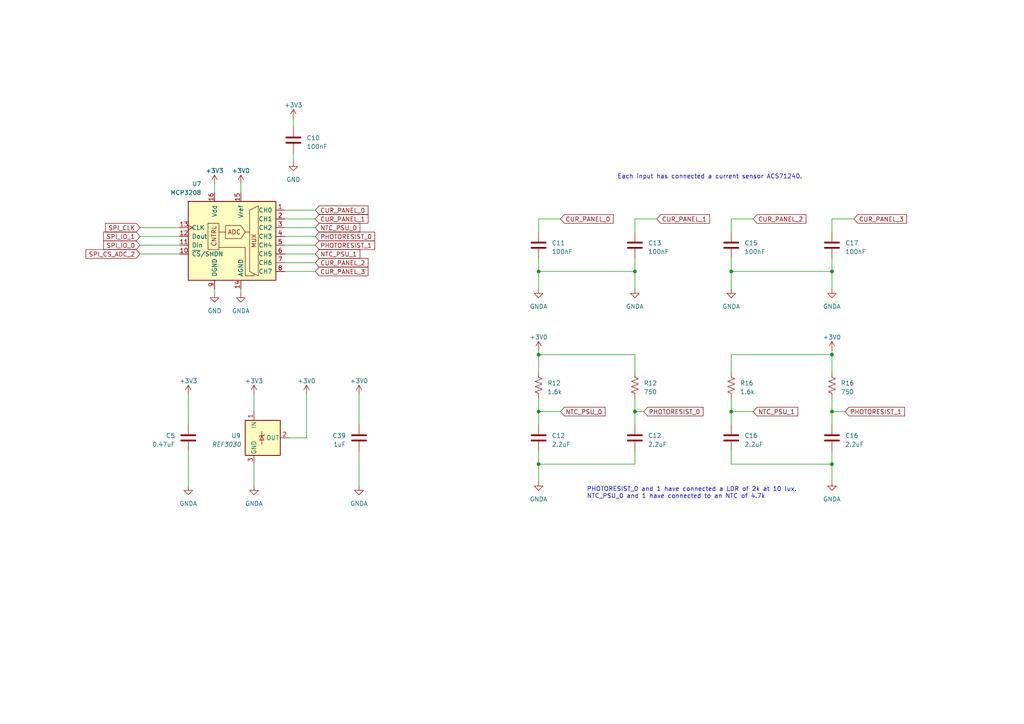
<source format=kicad_sch>
(kicad_sch (version 20230121) (generator eeschema)
  (paper "A4")
  (title_block (title "ADC2"))
  (lib_symbols
    (symbol "Analog_ADC:MCP3208" (pin_names (offset 1.016))
      (property "Reference" "U" (at -5.08 13.335 0))
      (property "Value" "MCP3208" (at -5.08 11.43 0))
      (symbol "MCP3208_0_0"
        (text "ADC" (at -0.635 1.27 0) (effects (font (size 1.27 1.27))))
        (text "CNTRL" (at 5.969 -2.921 900) (effects (font (size 1.27 1.27)) (justify left bottom)))
        (text "MUX" (at -6.35 -1.27 900) (effects (font (size 1.27 1.27))))
      )
      (symbol "MCP3208_0_1"
        (polyline (pts (xy -3.81 1.27) (xy -5.08 1.27)))
        (polyline (pts (xy 1.905 1.27) (xy 3.81 1.27)))
        (polyline (pts (xy -7.62 8.89) (xy -7.62 -11.43) (xy -5.08 -10.16) (xy -5.08 7.62) (xy -7.62 8.89)))
        (polyline (pts (xy 3.81 -3.175) (xy -3.81 -3.175) (xy -3.81 -11.43) (xy -6.35 -11.43) (xy -6.35 -10.795)))
        (polyline (pts (xy 1.905 3.175) (xy 1.905 -0.635) (xy -2.54 -0.635) (xy -3.81 1.27) (xy -2.54 3.175) (xy 1.905 3.175)))
        (rectangle (start 3.81 -3.81) (end 6.985 3.81))
        (rectangle (start 12.7 -12.7) (end -12.7 10.16) (stroke (width 0.254)) (fill (type background)))
      )
      (symbol "MCP3208_1_1"
        (pin input line (at -15.24 7.62 0) (length 2.54) (name "CH0") (number "1"))
        (pin input line (at 15.24 -5.08 180) (length 2.54) (name "~{CS}/SHDN") (number "10"))
        (pin input line (at 15.24 -2.54 180) (length 2.54) (name "Din") (number "11"))
        (pin output line (at 15.24 0 180) (length 2.54) (name "Dout") (number "12"))
        (pin input clock (at 15.24 2.54 180) (length 2.54) (name "CLK") (number "13"))
        (pin power_in line (at -2.54 -15.24 90) (length 2.54) (name "AGND") (number "14"))
        (pin power_in line (at -2.54 12.7 270) (length 2.54) (name "Vref") (number "15"))
        (pin power_in line (at 5.08 12.7 270) (length 2.54) (name "Vdd") (number "16"))
        (pin input line (at -15.24 5.08 0) (length 2.54) (name "CH1") (number "2"))
        (pin input line (at -15.24 2.54 0) (length 2.54) (name "CH2") (number "3"))
        (pin input line (at -15.24 0 0) (length 2.54) (name "CH3") (number "4"))
        (pin input line (at -15.24 -2.54 0) (length 2.54) (name "CH4") (number "5"))
        (pin input line (at -15.24 -5.08 0) (length 2.54) (name "CH5") (number "6"))
        (pin input line (at -15.24 -7.62 0) (length 2.54) (name "CH6") (number "7"))
        (pin input line (at -15.24 -10.16 0) (length 2.54) (name "CH7") (number "8"))
        (pin power_in line (at 5.08 -15.24 90) (length 2.54) (name "DGND") (number "9"))
      )
    )
    (symbol "Device:C" (pin_numbers hide) (pin_names (offset 0.254))
      (property "Reference" "C" (at 0.635 2.54 0))
      (property "Value" "C" (at 0.635 -2.54 0))
      (symbol "C_0_1"
        (polyline (pts (xy -2.032 -0.762) (xy 2.032 -0.762)) (stroke (width 0.508)))
        (polyline (pts (xy -2.032 0.762) (xy 2.032 0.762)) (stroke (width 0.508)))
      )
      (symbol "C_1_1"
        (pin passive line (at 0 3.81 270) (length 2.794) (name "~") (number "1"))
        (pin passive line (at 0 -3.81 90) (length 2.794) (name "~") (number "2"))
      )
    )
    (symbol "Device:R_US" (pin_numbers hide) (pin_names (offset 0))
      (property "Reference" "R" (at 2.54 0 90))
      (property "Value" "R_US" (at -2.54 0 90))
      (symbol "R_US_0_1"
        (polyline (pts (xy 0 -2.286) (xy 0 -2.54)))
        (polyline (pts (xy 0 2.286) (xy 0 2.54)))
        (polyline (pts (xy 0 -0.762) (xy 1.016 -1.143) (xy 0 -1.524) (xy -1.016 -1.905) (xy 0 -2.286)))
        (polyline (pts (xy 0 0.762) (xy 1.016 0.381) (xy 0 0) (xy -1.016 -0.381) (xy 0 -0.762)))
        (polyline (pts (xy 0 2.286) (xy 1.016 1.905) (xy 0 1.524) (xy -1.016 1.143) (xy 0 0.762)))
      )
      (symbol "R_US_1_1"
        (pin passive line (at 0 3.81 270) (length 1.27) (name "~") (number "1"))
        (pin passive line (at 0 -3.81 90) (length 1.27) (name "~") (number "2"))
      )
    )
    (symbol "Reference_Voltage:REF3030" (pin_names (offset 0.254))
      (property "Reference" "U" (at 0 6.35 0))
      (property "Value" "REF3030" (at 2.54 -6.35 0))
      (symbol "REF3030_0_1"
        (rectangle (start -5.08 5.08) (end 5.08 -5.08) (stroke (width 0.254)) (fill (type background)))
        (polyline (pts (xy -0.254 1.905) (xy -0.254 -1.905)))
        (polyline (pts (xy -0.889 -0.635) (xy 0.381 -0.635) (xy -0.254 0.635) (xy -0.889 -0.635)))
        (polyline (pts (xy 0.381 1.016) (xy 0.381 0.635) (xy -0.889 0.635) (xy -0.889 0.254)))
      )
      (symbol "REF3030_1_1"
        (pin power_in line (at -2.54 7.62 270) (length 2.54) (name "IN") (number "1"))
        (pin power_out line (at 7.62 0 180) (length 2.54) (name "OUT") (number "2"))
        (pin power_in line (at -2.54 -7.62 90) (length 2.54) (name "GND") (number "3"))
      )
    )
    (symbol "power:+3V0" (power) (pin_names (offset 0))
      (property "Value" "+3V0" (at 0 3.556 0))
      (symbol "+3V0_0_1"
        (polyline (pts (xy -0.762 1.27) (xy 0 2.54)))
        (polyline (pts (xy 0 0) (xy 0 2.54)))
        (polyline (pts (xy 0 2.54) (xy 0.762 1.27)))
      )
      (symbol "+3V0_1_1"
        (pin power_in line (at 0 0 90) (length 0) hide (name "+3V0") (number "1"))
      )
    )
    (symbol "power:+3V3" (power) (pin_names (offset 0))
      (property "Value" "+3V3" (at 0 3.556 0))
      (symbol "+3V3_0_1"
        (polyline (pts (xy -0.762 1.27) (xy 0 2.54)))
        (polyline (pts (xy 0 0) (xy 0 2.54)))
        (polyline (pts (xy 0 2.54) (xy 0.762 1.27)))
      )
      (symbol "+3V3_1_1"
        (pin power_in line (at 0 0 90) (length 0) hide (name "+3V3") (number "1"))
      )
    )
    (symbol "power:GND" (power) (pin_names (offset 0))
      (property "Value" "GND" (at 0 -3.81 0))
      (symbol "GND_0_1"
        (polyline (pts (xy 0 0) (xy 0 -1.27) (xy 1.27 -1.27) (xy 0 -2.54) (xy -1.27 -1.27) (xy 0 -1.27)))
      )
      (symbol "GND_1_1"
        (pin power_in line (at 0 0 270) (length 0) hide (name "GND") (number "1"))
      )
    )
    (symbol "power:GNDA" (power) (pin_names (offset 0))
      (property "Value" "GNDA" (at 0 -3.81 0))
      (symbol "GNDA_0_1"
        (polyline (pts (xy 0 0) (xy 0 -1.27) (xy 1.27 -1.27) (xy 0 -2.54) (xy -1.27 -1.27) (xy 0 -1.27)))
      )
      (symbol "GNDA_1_1"
        (pin power_in line (at 0 0 270) (length 0) hide (name "GNDA") (number "1"))
      )
    )
  )
  (junction (at 156.21 78.74))
  (junction (at 184.15 78.74))
  (junction (at 241.3 102.87))
  (junction (at 156.21 102.87))
  (junction (at 184.15 119.38))
  (junction (at 241.3 78.74))
  (junction (at 212.09 119.38))
  (junction (at 156.21 119.38))
  (junction (at 241.3 119.38))
  (junction (at 241.3 134.62))
  (junction (at 156.21 134.62))
  (junction (at 212.09 78.74))
  (wire (pts (xy 184.15 119.38) (xy 184.15 123.19)))
  (wire (pts (xy 82.55 78.74) (xy 91.44 78.74)))
  (wire (pts (xy 156.21 63.5) (xy 162.56 63.5)))
  (wire (pts (xy 241.3 78.74) (xy 241.3 83.82)))
  (wire (pts (xy 184.15 63.5) (xy 184.15 67.31)))
  (wire (pts (xy 54.61 114.3) (xy 54.61 123.19)))
  (wire (pts (xy 156.21 63.5) (xy 156.21 67.31)))
  (wire (pts (xy 156.21 119.38) (xy 162.56 119.38)))
  (wire (pts (xy 241.3 102.87) (xy 241.3 107.95)))
  (wire (pts (xy 212.09 119.38) (xy 212.09 123.19)))
  (wire (pts (xy 40.64 66.04) (xy 52.07 66.04)))
  (wire (pts (xy 82.55 60.96) (xy 91.44 60.96)))
  (wire (pts (xy 104.14 130.81) (xy 104.14 140.97)))
  (wire (pts (xy 82.55 76.2) (xy 91.44 76.2)))
  (wire (pts (xy 212.09 63.5) (xy 218.44 63.5)))
  (wire (pts (xy 40.64 71.12) (xy 52.07 71.12)))
  (wire (pts (xy 83.82 127) (xy 88.9 127)))
  (wire (pts (xy 241.3 115.57) (xy 241.3 119.38)))
  (wire (pts (xy 184.15 74.93) (xy 184.15 78.74)))
  (wire (pts (xy 156.21 130.81) (xy 156.21 134.62)))
  (wire (pts (xy 241.3 63.5) (xy 247.65 63.5)))
  (wire (pts (xy 241.3 119.38) (xy 241.3 123.19)))
  (wire (pts (xy 82.55 66.04) (xy 91.44 66.04)))
  (wire (pts (xy 241.3 74.93) (xy 241.3 78.74)))
  (wire (pts (xy 69.85 53.34) (xy 69.85 55.88)))
  (wire (pts (xy 212.09 78.74) (xy 212.09 83.82)))
  (wire (pts (xy 241.3 63.5) (xy 241.3 67.31)))
  (wire (pts (xy 184.15 115.57) (xy 184.15 119.38)))
  (wire (pts (xy 82.55 63.5) (xy 91.44 63.5)))
  (wire (pts (xy 156.21 119.38) (xy 156.21 123.19)))
  (wire (pts (xy 212.09 78.74) (xy 241.3 78.74)))
  (wire (pts (xy 85.09 44.45) (xy 85.09 46.99)))
  (wire (pts (xy 156.21 101.6) (xy 156.21 102.87)))
  (wire (pts (xy 82.55 68.58) (xy 91.44 68.58)))
  (wire (pts (xy 186.69 119.38) (xy 184.15 119.38)))
  (wire (pts (xy 104.14 114.3) (xy 104.14 123.19)))
  (wire (pts (xy 156.21 134.62) (xy 156.21 139.7)))
  (wire (pts (xy 241.3 130.81) (xy 241.3 134.62)))
  (wire (pts (xy 156.21 102.87) (xy 184.15 102.87)))
  (wire (pts (xy 62.23 83.82) (xy 62.23 85.09)))
  (wire (pts (xy 40.64 68.58) (xy 52.07 68.58)))
  (wire (pts (xy 88.9 114.3) (xy 88.9 127)))
  (wire (pts (xy 184.15 102.87) (xy 184.15 107.95)))
  (wire (pts (xy 85.09 34.29) (xy 85.09 36.83)))
  (wire (pts (xy 69.85 83.82) (xy 69.85 85.09)))
  (wire (pts (xy 82.55 73.66) (xy 91.44 73.66)))
  (wire (pts (xy 156.21 134.62) (xy 184.15 134.62)))
  (wire (pts (xy 212.09 74.93) (xy 212.09 78.74)))
  (wire (pts (xy 241.3 119.38) (xy 245.11 119.38)))
  (wire (pts (xy 82.55 71.12) (xy 91.44 71.12)))
  (wire (pts (xy 184.15 63.5) (xy 190.5 63.5)))
  (wire (pts (xy 156.21 74.93) (xy 156.21 78.74)))
  (wire (pts (xy 212.09 130.81) (xy 212.09 134.62)))
  (wire (pts (xy 212.09 102.87) (xy 212.09 107.95)))
  (wire (pts (xy 73.66 114.3) (xy 73.66 119.38)))
  (wire (pts (xy 212.09 119.38) (xy 218.44 119.38)))
  (wire (pts (xy 212.09 63.5) (xy 212.09 67.31)))
  (wire (pts (xy 54.61 130.81) (xy 54.61 140.97)))
  (wire (pts (xy 156.21 78.74) (xy 184.15 78.74)))
  (wire (pts (xy 156.21 115.57) (xy 156.21 119.38)))
  (wire (pts (xy 62.23 53.34) (xy 62.23 55.88)))
  (wire (pts (xy 73.66 134.62) (xy 73.66 140.97)))
  (wire (pts (xy 212.09 115.57) (xy 212.09 119.38)))
  (wire (pts (xy 212.09 134.62) (xy 241.3 134.62)))
  (wire (pts (xy 40.64 73.66) (xy 52.07 73.66)))
  (wire (pts (xy 241.3 101.6) (xy 241.3 102.87)))
  (wire (pts (xy 241.3 134.62) (xy 241.3 139.7)))
  (wire (pts (xy 212.09 102.87) (xy 241.3 102.87)))
  (wire (pts (xy 184.15 78.74) (xy 184.15 83.82)))
  (wire (pts (xy 156.21 102.87) (xy 156.21 107.95)))
  (wire (pts (xy 184.15 130.81) (xy 184.15 134.62)))
  (wire (pts (xy 156.21 78.74) (xy 156.21 83.82)))
  (text "Each input has connected a current sensor ACS71240." (at 179.07 52.07 0) (effects (font (size 1.27 1.27)) (justify left bottom)))
  (text "PHOTORESIST_0 and 1 have connected a LDR of 2k at 10 lux.\nNTC_PSU_0 and 1 have connected to an NTC of 4.7k" (at 170.18 144.78 0) (effects (font (size 1.27 1.27)) (justify left bottom)))
  (global_label "CUR_PANEL_2" (shape input) (at 218.44 63.5 0) (property "Intersheetrefs" "${INTERSHEET_REFS}" (effects hide)))
  (global_label "PHOTORESIST_0" (shape input) (at 186.69 119.38 0) (property "Intersheetrefs" "${INTERSHEET_REFS}" (effects hide)))
  (global_label "NTC_PSU_1" (shape input) (at 91.44 73.66 0) (property "Intersheetrefs" "${INTERSHEET_REFS}" (effects hide)))
  (global_label "PHOTORESIST_1" (shape input) (at 245.11 119.38 0) (property "Intersheetrefs" "${INTERSHEET_REFS}" (effects hide)))
  (global_label "NTC_PSU_0" (shape input) (at 91.44 66.04 0) (property "Intersheetrefs" "${INTERSHEET_REFS}" (effects hide)))
  (global_label "CUR_PANEL_0" (shape input) (at 91.44 60.96 0) (property "Intersheetrefs" "${INTERSHEET_REFS}" (effects hide)))
  (global_label "PHOTORESIST_1" (shape input) (at 91.44 71.12 0) (property "Intersheetrefs" "${INTERSHEET_REFS}" (effects hide)))
  (global_label "CUR_PANEL_3" (shape input) (at 91.44 78.74 0) (property "Intersheetrefs" "${INTERSHEET_REFS}" (effects hide)))
  (global_label "NTC_PSU_0" (shape input) (at 162.56 119.38 0) (property "Intersheetrefs" "${INTERSHEET_REFS}" (effects hide)))
  (global_label "SPI_IO_1" (shape input) (at 40.64 68.58 180) (property "Intersheetrefs" "${INTERSHEET_REFS}" (effects hide)))
  (global_label "CUR_PANEL_1" (shape input) (at 190.5 63.5 0) (property "Intersheetrefs" "${INTERSHEET_REFS}" (effects hide)))
  (global_label "PHOTORESIST_0" (shape input) (at 91.44 68.58 0) (property "Intersheetrefs" "${INTERSHEET_REFS}" (effects hide)))
  (global_label "CUR_PANEL_0" (shape input) (at 162.56 63.5 0) (property "Intersheetrefs" "${INTERSHEET_REFS}" (effects hide)))
  (global_label "NTC_PSU_1" (shape input) (at 218.44 119.38 0) (property "Intersheetrefs" "${INTERSHEET_REFS}" (effects hide)))
  (global_label "SPI_CS_ADC_2" (shape input) (at 40.64 73.66 180) (property "Intersheetrefs" "${INTERSHEET_REFS}" (effects hide)))
  (global_label "CUR_PANEL_1" (shape input) (at 91.44 63.5 0) (property "Intersheetrefs" "${INTERSHEET_REFS}" (effects hide)))
  (global_label "SPI_IO_0" (shape input) (at 40.64 71.12 180) (property "Intersheetrefs" "${INTERSHEET_REFS}" (effects hide)))
  (global_label "CUR_PANEL_2" (shape input) (at 91.44 76.2 0) (property "Intersheetrefs" "${INTERSHEET_REFS}" (effects hide)))
  (global_label "CUR_PANEL_3" (shape input) (at 247.65 63.5 0) (property "Intersheetrefs" "${INTERSHEET_REFS}" (effects hide)))
  (global_label "SPI_CLK" (shape input) (at 40.64 66.04 180) (property "Intersheetrefs" "${INTERSHEET_REFS}" (effects hide)))
  (symbol (lib_id "power:+3V3") (at 62.23 53.34 0) (unit 1)
    (property "Reference" "#PWR05" (effects hide))
    (property "Value" "+3V3" (at 62.23 49.53 0))
    (instances (project "ledian-support-board" (path "" (reference "#PWR05") (unit 1)) (path "" (reference "#PWR07") (unit 1)) (path "" (reference "#PWR053") (unit 1))))
  )
  (symbol (lib_id "power:+3V0") (at 104.14 114.3 0) (unit 1)
    (property "Reference" "#PWR016" (effects hide))
    (property "Value" "+3V0" (at 104.14 110.49 0))
    (instances (project "ledian-support-board" (path "" (reference "#PWR016") (unit 1)) (path "" (reference "#PWR083") (unit 1))))
  )
  (symbol (lib_id "Analog_ADC:MCP3208") (at 67.31 68.58 0) (mirror y) (unit 1)
    (property "Reference" "U7" (at 58.42 53.34 0) (effects (justify left)))
    (property "Value" "MCP3208" (at 58.42 55.88 0) (effects (justify left)))
    (property "Footprint" "Package_SO:SOIC-16_3.9x9.9mm_P1.27mm" (effects hide))
    (property "Datasheet" "http://ww1.microchip.com/downloads/en/DeviceDoc/21298c.pdf" (effects hide))
    (property "LCSC" "C16939" (effects hide))
  )
  (symbol (lib_id "power:+3V3") (at 54.61 114.3 0) (unit 1)
    (property "Reference" "#PWR02" (effects hide))
    (property "Value" "+3V3" (at 54.61 110.49 0))
    (instances (project "ledian-support-board" (path "" (reference "#PWR02") (unit 1)) (path "" (reference "#PWR01") (unit 1)) (path "" (reference "#PWR064") (unit 1))))
  )
  (symbol (lib_id "power:GNDA") (at 156.21 139.7 0) (unit 1)
    (property "Reference" "#PWR03" (effects hide))
    (property "Value" "GNDA" (at 156.21 144.78 0))
    (instances (project "ledian-support-board" (path "" (reference "#PWR03") (unit 1)) (path "" (reference "#PWR038") (unit 1)) (path "" (reference "#PWR015") (unit 1)) (path "" (reference "#PWR063") (unit 1))))
  )
  (symbol (lib_id "Device:C") (at 54.61 127 0) (mirror y) (unit 1)
    (property "Reference" "C5" (at 50.8 126.365 0) (effects (justify left)))
    (property "Value" "0.47uF" (at 50.8 128.905 0) (effects (justify left)))
    (property "Footprint" "Capacitor_SMD:C_0805_2012Metric" (effects hide))
    (property "LCSC" "C520080" (effects hide))
    (instances (project "ledian-support-board" (path "" (reference "C5") (unit 1)) (path "" (reference "C32") (unit 1)) (path "" (reference "C34") (unit 1))))
  )
  (symbol (lib_id "power:GNDA") (at 104.14 140.97 0) (unit 1)
    (property "Reference" "#PWR03" (effects hide))
    (property "Value" "GNDA" (at 104.14 146.05 0))
    (instances (project "ledian-support-board" (path "" (reference "#PWR03") (unit 1)) (path "" (reference "#PWR077") (unit 1)) (path "" (reference "#PWR0108") (unit 1)) (path "" (reference "#PWR084") (unit 1))))
  )
  (symbol (lib_id "power:GNDA") (at 156.21 83.82 0) (unit 1)
    (property "Reference" "#PWR03" (effects hide))
    (property "Value" "GNDA" (at 156.21 88.9 0))
    (instances (project "ledian-support-board" (path "" (reference "#PWR03") (unit 1)) (path "" (reference "#PWR036") (unit 1)) (path "" (reference "#PWR013") (unit 1)) (path "" (reference "#PWR061") (unit 1))))
  )
  (symbol (lib_id "Device:C") (at 156.21 127 0) (unit 1)
    (property "Reference" "C12" (at 160.02 126.365 0) (effects (justify left)))
    (property "Value" "2.2uF" (at 160.02 128.905 0) (effects (justify left)))
    (property "Footprint" "Capacitor_SMD:C_0805_2012Metric" (effects hide))
    (property "LCSC" "C77081" (effects hide))
    (instances (project "ledian-support-board" (path "" (reference "C12") (unit 1)) (path "" (reference "C2") (unit 1)) (path "" (reference "C21") (unit 1))))
  )
  (symbol (lib_id "power:+3V3") (at 85.09 34.29 0) (unit 1)
    (property "Reference" "#PWR033" (effects hide))
    (property "Value" "+3V3" (at 85.09 30.48 0))
    (instances (project "ledian-support-board" (path "" (reference "#PWR033") (unit 1)) (path "" (reference "#PWR028") (unit 1)) (path "" (reference "#PWR058") (unit 1))))
  )
  (symbol (lib_id "Device:C") (at 156.21 71.12 0) (unit 1)
    (property "Reference" "C11" (at 160.02 70.485 0) (effects (justify left)))
    (property "Value" "100nF" (at 160.02 73.025 0) (effects (justify left)))
    (property "Footprint" "Capacitor_SMD:C_0805_2012Metric" (effects hide))
    (property "LCSC" "C599848" (effects hide))
    (instances (project "ledian-support-board" (path "" (reference "C11") (unit 1)) (path "" (reference "C1") (unit 1)) (path "" (reference "C20") (unit 1))))
  )
  (symbol (lib_id "Device:C") (at 212.09 127 0) (unit 1)
    (property "Reference" "C16" (at 215.9 126.365 0) (effects (justify left)))
    (property "Value" "2.2uF" (at 215.9 128.905 0) (effects (justify left)))
    (property "Footprint" "Capacitor_SMD:C_0805_2012Metric" (effects hide))
    (property "LCSC" "C77081" (effects hide))
    (instances (project "ledian-support-board" (path "" (reference "C16") (unit 1)) (path "" (reference "C6") (unit 1)) (path "" (reference "C25") (unit 1))))
  )
  (symbol (lib_id "power:GNDA") (at 212.09 83.82 0) (unit 1)
    (property "Reference" "#PWR03" (effects hide))
    (property "Value" "GNDA" (at 212.09 88.9 0))
    (instances (project "ledian-support-board" (path "" (reference "#PWR03") (unit 1)) (path "" (reference "#PWR044") (unit 1)) (path "" (reference "#PWR021") (unit 1)) (path "" (reference "#PWR069") (unit 1))))
  )
  (symbol (lib_id "power:GNDA") (at 54.61 140.97 0) (unit 1)
    (property "Reference" "#PWR03" (effects hide))
    (property "Value" "GNDA" (at 54.61 146.05 0))
    (instances (project "ledian-support-board" (path "" (reference "#PWR03") (unit 1)) (path "" (reference "#PWR09") (unit 1)) (path "" (reference "#PWR0108") (unit 1)) (path "" (reference "#PWR0110") (unit 1))))
  )
  (symbol (lib_id "Reference_Voltage:REF3030") (at 76.2 127 0) (unit 1)
    (property "Reference" "U9" (at 69.85 126.365 0) (effects (justify right)))
    (property "Value" "REF3030" (at 69.85 128.905 0) (effects (font italic) (justify right)))
    (property "Footprint" "Package_TO_SOT_SMD:SOT-23" (effects hide))
    (property "Datasheet" "http://www.ti.com/lit/ds/symlink/ref3033.pdf" (effects hide))
    (property "LCSC" "C38423" (effects hide))
    (instances (project "ledian-support-board" (path "" (reference "U9") (unit 1)) (path "" (reference "U10") (unit 1))))
  )
  (symbol (lib_id "power:GNDA") (at 241.3 83.82 0) (unit 1)
    (property "Reference" "#PWR03" (effects hide))
    (property "Value" "GNDA" (at 241.3 88.9 0))
    (instances (project "ledian-support-board" (path "" (reference "#PWR03") (unit 1)) (path "" (reference "#PWR048") (unit 1)) (path "" (reference "#PWR025") (unit 1)) (path "" (reference "#PWR073") (unit 1))))
  )
  (symbol (lib_id "power:+3V0") (at 69.85 53.34 0) (unit 1)
    (property "Reference" "#PWR016" (effects hide))
    (property "Value" "+3V0" (at 69.85 49.53 0))
    (instances (project "ledian-support-board" (path "" (reference "#PWR016") (unit 1)) (path "" (reference "#PWR022") (unit 1))))
  )
  (symbol (lib_id "power:+3V3") (at 73.66 114.3 0) (unit 1)
    (property "Reference" "#PWR02" (effects hide))
    (property "Value" "+3V3" (at 73.66 110.49 0))
    (instances (project "ledian-support-board" (path "" (reference "#PWR02") (unit 1)) (path "" (reference "#PWR01") (unit 1)) (path "" (reference "#PWR051") (unit 1))))
  )
  (symbol (lib_id "power:GNDA") (at 73.66 140.97 0) (unit 1)
    (property "Reference" "#PWR03" (effects hide))
    (property "Value" "GNDA" (at 73.66 146.05 0))
    (instances (project "ledian-support-board" (path "" (reference "#PWR03") (unit 1)) (path "" (reference "#PWR04") (unit 1)) (path "" (reference "#PWR03") (unit 1)) (path "" (reference "#PWR052") (unit 1))))
  )
  (symbol (lib_id "power:+3V0") (at 156.21 101.6 0) (unit 1)
    (property "Reference" "#PWR016" (effects hide))
    (property "Value" "+3V0" (at 156.21 97.79 0))
    (instances (project "ledian-support-board" (path "" (reference "#PWR016") (unit 1)) (path "" (reference "#PWR020") (unit 1))))
  )
  (symbol (lib_id "Device:R_US") (at 156.21 111.76 0) (unit 1)
    (property "Reference" "R12" (at 158.75 111.125 0) (effects (justify left)))
    (property "Value" "1.6k" (at 158.75 113.665 0) (effects (justify left)))
    (property "Footprint" "Resistor_SMD:R_0805_2012Metric" (effects hide))
    (property "LCSC" "C218399" (effects hide))
    (instances (project "ledian-support-board" (path "" (reference "R12") (unit 1)) (path "" (reference "R3") (unit 1)) (path "" (reference "R21") (unit 1))))
  )
  (symbol (lib_id "power:GNDA") (at 184.15 83.82 0) (unit 1)
    (property "Reference" "#PWR03" (effects hide))
    (property "Value" "GNDA" (at 184.15 88.9 0))
    (instances (project "ledian-support-board" (path "" (reference "#PWR03") (unit 1)) (path "" (reference "#PWR040") (unit 1)) (path "" (reference "#PWR017") (unit 1)) (path "" (reference "#PWR065") (unit 1))))
  )
  (symbol (lib_id "power:+3V0") (at 88.9 114.3 0) (unit 1)
    (property "Reference" "#PWR016" (effects hide))
    (property "Value" "+3V0" (at 88.9 110.49 0))
    (instances (project "ledian-support-board" (path "" (reference "#PWR016") (unit 1)) (path "" (reference "#PWR017") (unit 1))))
  )
  (symbol (lib_id "Device:C") (at 104.14 127 0) (mirror y) (unit 1)
    (property "Reference" "C39" (at 100.33 126.365 0) (effects (justify left)))
    (property "Value" "1uF" (at 100.33 128.905 0) (effects (justify left)))
    (property "Footprint" "Capacitor_SMD:C_0805_2012Metric" (effects hide))
    (property "LCSC" "C541528" (effects hide))
    (instances (project "ledian-support-board" (path "" (reference "C39") (unit 1)) (path "" (reference "C32") (unit 1)) (path "" (reference "C41") (unit 1))))
  )
  (symbol (lib_id "Device:C") (at 184.15 127 0) (unit 1)
    (property "Reference" "C12" (at 187.96 126.365 0) (effects (justify left)))
    (property "Value" "2.2uF" (at 187.96 128.905 0) (effects (justify left)))
    (property "Footprint" "Capacitor_SMD:C_0805_2012Metric" (effects hide))
    (property "LCSC" "C77081" (effects hide))
    (instances (project "ledian-support-board" (path "" (reference "C12") (unit 1)) (path "" (reference "C2") (unit 1)) (path "" (reference "C23") (unit 1))))
  )
  (symbol (lib_id "Device:R_US") (at 184.15 111.76 0) (unit 1)
    (property "Reference" "R12" (at 186.69 111.125 0) (effects (justify left)))
    (property "Value" "750" (at 186.69 113.665 0) (effects (justify left)))
    (property "Footprint" "Resistor_SMD:R_0805_2012Metric" (effects hide))
    (property "LCSC" "C218688" (effects hide))
    (instances (project "ledian-support-board" (path "" (reference "R12") (unit 1)) (path "" (reference "R3") (unit 1)) (path "" (reference "R23") (unit 1))))
  )
  (symbol (lib_id "Device:C") (at 212.09 71.12 0) (unit 1)
    (property "Reference" "C15" (at 215.9 70.485 0) (effects (justify left)))
    (property "Value" "100nF" (at 215.9 73.025 0) (effects (justify left)))
    (property "Footprint" "Capacitor_SMD:C_0805_2012Metric" (effects hide))
    (property "LCSC" "C599848" (effects hide))
    (instances (project "ledian-support-board" (path "" (reference "C15") (unit 1)) (path "" (reference "C5") (unit 1)) (path "" (reference "C24") (unit 1))))
  )
  (symbol (lib_id "power:+3V0") (at 241.3 101.6 0) (unit 1)
    (property "Reference" "#PWR016" (effects hide))
    (property "Value" "+3V0" (at 241.3 97.79 0))
    (instances (project "ledian-support-board" (path "" (reference "#PWR016") (unit 1)) (path "" (reference "#PWR021") (unit 1))))
  )
  (symbol (lib_id "Device:C") (at 184.15 71.12 0) (unit 1)
    (property "Reference" "C13" (at 187.96 70.485 0) (effects (justify left)))
    (property "Value" "100nF" (at 187.96 73.025 0) (effects (justify left)))
    (property "Footprint" "Capacitor_SMD:C_0805_2012Metric" (effects hide))
    (property "LCSC" "C599848" (effects hide))
    (instances (project "ledian-support-board" (path "" (reference "C13") (unit 1)) (path "" (reference "C3") (unit 1)) (path "" (reference "C22") (unit 1))))
  )
  (symbol (lib_id "Device:R_US") (at 212.09 111.76 0) (unit 1)
    (property "Reference" "R16" (at 214.63 111.125 0) (effects (justify left)))
    (property "Value" "1.6k" (at 214.63 113.665 0) (effects (justify left)))
    (property "Footprint" "Resistor_SMD:R_0805_2012Metric" (effects hide))
    (property "LCSC" "C218399" (effects hide))
    (instances (project "ledian-support-board" (path "" (reference "R16") (unit 1)) (path "" (reference "R7") (unit 1)) (path "" (reference "R25") (unit 1))))
  )
  (symbol (lib_id "power:GND") (at 62.23 85.09 0) (unit 1)
    (property "Reference" "#PWR01" (effects hide))
    (property "Value" "GND" (at 62.23 90.17 0))
    (instances (project "ledian-support-board" (path "" (reference "#PWR01") (unit 1)) (path "" (reference "#PWR06") (unit 1)) (path "" (reference "#PWR08") (unit 1)) (path "" (reference "#PWR054") (unit 1))))
  )
  (symbol (lib_id "power:GNDA") (at 241.3 139.7 0) (unit 1)
    (property "Reference" "#PWR03" (effects hide))
    (property "Value" "GNDA" (at 241.3 144.78 0))
    (instances (project "ledian-support-board" (path "" (reference "#PWR03") (unit 1)) (path "" (reference "#PWR050") (unit 1)) (path "" (reference "#PWR027") (unit 1)) (path "" (reference "#PWR075") (unit 1))))
  )
  (symbol (lib_id "Device:C") (at 85.09 40.64 0) (unit 1)
    (property "Reference" "C10" (at 88.9 40.005 0) (effects (justify left)))
    (property "Value" "100nF" (at 88.9 42.545 0) (effects (justify left)))
    (property "Footprint" "Capacitor_SMD:C_0805_2012Metric" (effects hide))
    (property "LCSC" "C599848" (effects hide))
    (instances (project "ledian-support-board" (path "" (reference "C10") (unit 1)) (path "" (reference "C9") (unit 1)) (path "" (reference "C19") (unit 1))))
  )
  (symbol (lib_id "power:GNDA") (at 69.85 85.09 0) (unit 1)
    (property "Reference" "#PWR03" (effects hide))
    (property "Value" "GNDA" (at 69.85 90.17 0))
    (instances (project "ledian-support-board" (path "" (reference "#PWR03") (unit 1)) (path "" (reference "#PWR031") (unit 1)) (path "" (reference "#PWR010") (unit 1)) (path "" (reference "#PWR056") (unit 1))))
  )
  (symbol (lib_id "Device:R_US") (at 241.3 111.76 0) (unit 1)
    (property "Reference" "R16" (at 243.84 111.125 0) (effects (justify left)))
    (property "Value" "750" (at 243.84 113.665 0) (effects (justify left)))
    (property "Footprint" "Resistor_SMD:R_0805_2012Metric" (effects hide))
    (property "LCSC" "C218688" (effects hide))
    (instances (project "ledian-support-board" (path "" (reference "R16") (unit 1)) (path "" (reference "R7") (unit 1)) (path "" (reference "R27") (unit 1))))
  )
  (symbol (lib_id "power:GND") (at 85.09 46.99 0) (unit 1)
    (property "Reference" "#PWR01" (effects hide))
    (property "Value" "GND" (at 85.09 52.07 0))
    (instances (project "ledian-support-board" (path "" (reference "#PWR01") (unit 1)) (path "" (reference "#PWR034") (unit 1)) (path "" (reference "#PWR029") (unit 1)) (path "" (reference "#PWR059") (unit 1))))
  )
  (symbol (lib_id "Device:C") (at 241.3 71.12 0) (unit 1)
    (property "Reference" "C17" (at 245.11 70.485 0) (effects (justify left)))
    (property "Value" "100nF" (at 245.11 73.025 0) (effects (justify left)))
    (property "Footprint" "Capacitor_SMD:C_0805_2012Metric" (effects hide))
    (property "LCSC" "C599848" (effects hide))
    (instances (project "ledian-support-board" (path "" (reference "C17") (unit 1)) (path "" (reference "C7") (unit 1)) (path "" (reference "C26") (unit 1))))
  )
  (symbol (lib_id "Device:C") (at 241.3 127 0) (unit 1)
    (property "Reference" "C16" (at 245.11 126.365 0) (effects (justify left)))
    (property "Value" "2.2uF" (at 245.11 128.905 0) (effects (justify left)))
    (property "Footprint" "Capacitor_SMD:C_0805_2012Metric" (effects hide))
    (property "LCSC" "C77081" (effects hide))
    (instances (project "ledian-support-board" (path "" (reference "C16") (unit 1)) (path "" (reference "C6") (unit 1)) (path "" (reference "C27") (unit 1))))
  )
)
</source>
